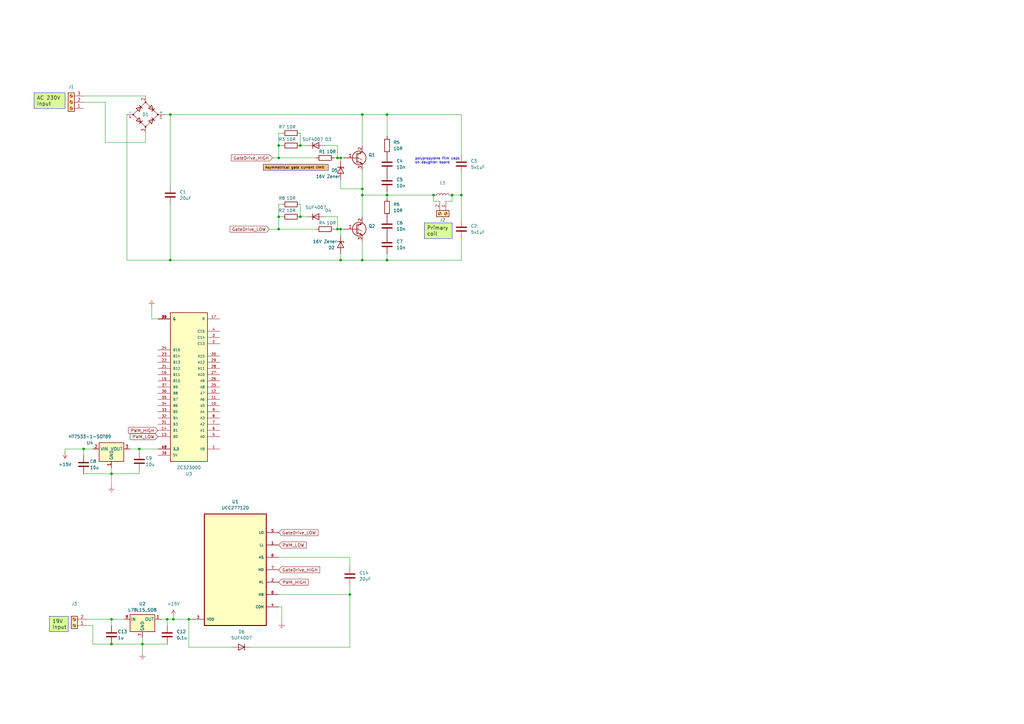
<source format=kicad_sch>
(kicad_sch (version 20230121) (generator eeschema)
  (paper "A3")
  (lib_symbols
    (symbol "Connector:Screw_Terminal_01x02" (pin_names (offset 1.016) hide)
      (property "Reference" "J" (at 0 2.54 0))
      (property "Value" "Screw_Terminal_01x02" (at 0 -5.08 0))
      (symbol "Screw_Terminal_01x02_1_1"
        (rectangle (start -1.27 1.27) (end 1.27 -3.81) (stroke (width 0.254)) (fill (type background)))
        (circle (center 0 -2.54) (radius 0.635) (stroke (width 0.1524)))
        (polyline (pts (xy -0.5334 -2.2098) (xy 0.3302 -3.048)) (stroke (width 0.1524)))
        (polyline (pts (xy -0.5334 0.3302) (xy 0.3302 -0.508)) (stroke (width 0.1524)))
        (polyline (pts (xy -0.3556 -2.032) (xy 0.508 -2.8702)) (stroke (width 0.1524)))
        (polyline (pts (xy -0.3556 0.508) (xy 0.508 -0.3302)) (stroke (width 0.1524)))
        (circle (center 0 0) (radius 0.635) (stroke (width 0.1524)))
        (pin passive line (at -5.08 0 0) (length 3.81) (name "Pin_1") (number "1"))
        (pin passive line (at -5.08 -2.54 0) (length 3.81) (name "Pin_2") (number "2"))
      )
    )
    (symbol "Connector:Screw_Terminal_01x03" (pin_names (offset 1.016) hide)
      (property "Reference" "J" (at 0 5.08 0))
      (property "Value" "Screw_Terminal_01x03" (at 0 -5.08 0))
      (symbol "Screw_Terminal_01x03_1_1"
        (rectangle (start -1.27 3.81) (end 1.27 -3.81) (stroke (width 0.254)) (fill (type background)))
        (circle (center 0 -2.54) (radius 0.635) (stroke (width 0.1524)))
        (polyline (pts (xy -0.5334 -2.2098) (xy 0.3302 -3.048)) (stroke (width 0.1524)))
        (polyline (pts (xy -0.5334 0.3302) (xy 0.3302 -0.508)) (stroke (width 0.1524)))
        (polyline (pts (xy -0.5334 2.8702) (xy 0.3302 2.032)) (stroke (width 0.1524)))
        (polyline (pts (xy -0.3556 -2.032) (xy 0.508 -2.8702)) (stroke (width 0.1524)))
        (polyline (pts (xy -0.3556 0.508) (xy 0.508 -0.3302)) (stroke (width 0.1524)))
        (polyline (pts (xy -0.3556 3.048) (xy 0.508 2.2098)) (stroke (width 0.1524)))
        (circle (center 0 0) (radius 0.635) (stroke (width 0.1524)))
        (circle (center 0 2.54) (radius 0.635) (stroke (width 0.1524)))
        (pin passive line (at -5.08 2.54 0) (length 3.81) (name "Pin_1") (number "1"))
        (pin passive line (at -5.08 0 0) (length 3.81) (name "Pin_2") (number "2"))
        (pin passive line (at -5.08 -2.54 0) (length 3.81) (name "Pin_3") (number "3"))
      )
    )
    (symbol "Device:C" (pin_numbers hide) (pin_names (offset 0.254))
      (property "Reference" "C" (at 0.635 2.54 0))
      (property "Value" "C" (at 0.635 -2.54 0))
      (symbol "C_0_1"
        (polyline (pts (xy -2.032 -0.762) (xy 2.032 -0.762)) (stroke (width 0.508)))
        (polyline (pts (xy -2.032 0.762) (xy 2.032 0.762)) (stroke (width 0.508)))
      )
      (symbol "C_1_1"
        (pin passive line (at 0 3.81 270) (length 2.794) (name "~") (number "1"))
        (pin passive line (at 0 -3.81 90) (length 2.794) (name "~") (number "2"))
      )
    )
    (symbol "Device:D_Bridge_+AA-" (pin_names (offset 0))
      (property "Reference" "D" (at 2.54 6.985 0))
      (property "Value" "D_Bridge_+AA-" (at 2.54 5.08 0))
      (symbol "D_Bridge_+AA-_0_1"
        (circle (center -5.08 0) (radius 0.254) (fill (type outline)))
        (circle (center 0 -5.08) (radius 0.254) (fill (type outline)))
        (polyline (pts (xy -2.54 3.81) (xy -1.27 2.54)) (stroke (width 0.254)))
        (polyline (pts (xy -1.27 -2.54) (xy -2.54 -3.81)) (stroke (width 0.254)))
        (polyline (pts (xy 2.54 -1.27) (xy 3.81 -2.54)) (stroke (width 0.254)))
        (polyline (pts (xy 2.54 1.27) (xy 3.81 2.54)) (stroke (width 0.254)))
        (polyline (pts (xy -3.81 2.54) (xy -2.54 1.27) (xy -1.905 3.175) (xy -3.81 2.54)) (stroke (width 0.254)))
        (polyline (pts (xy -2.54 -1.27) (xy -3.81 -2.54) (xy -1.905 -3.175) (xy -2.54 -1.27)) (stroke (width 0.254)))
        (polyline (pts (xy 1.27 2.54) (xy 2.54 3.81) (xy 3.175 1.905) (xy 1.27 2.54)) (stroke (width 0.254)))
        (polyline (pts (xy 3.175 -1.905) (xy 1.27 -2.54) (xy 2.54 -3.81) (xy 3.175 -1.905)) (stroke (width 0.254)))
        (polyline (pts (xy -5.08 0) (xy 0 -5.08) (xy 5.08 0) (xy 0 5.08) (xy -5.08 0)))
        (circle (center 0 5.08) (radius 0.254) (fill (type outline)))
        (circle (center 5.08 0) (radius 0.254) (fill (type outline)))
      )
      (symbol "D_Bridge_+AA-_1_1"
        (pin passive line (at 7.62 0 180) (length 2.54) (name "+") (number "1"))
        (pin passive line (at 0 7.62 270) (length 2.54) (name "~") (number "2"))
        (pin passive line (at 0 -7.62 90) (length 2.54) (name "~") (number "3"))
        (pin passive line (at -7.62 0 0) (length 2.54) (name "-") (number "4"))
      )
    )
    (symbol "Device:D_Zener" (pin_numbers hide) (pin_names (offset 1.016) hide)
      (property "Reference" "D" (at 0 2.54 0))
      (property "Value" "D_Zener" (at 0 -2.54 0))
      (symbol "D_Zener_0_1"
        (polyline (pts (xy 1.27 0) (xy -1.27 0)))
        (polyline (pts (xy -1.27 -1.27) (xy -1.27 1.27) (xy -0.762 1.27)) (stroke (width 0.254)))
        (polyline (pts (xy 1.27 -1.27) (xy 1.27 1.27) (xy -1.27 0) (xy 1.27 -1.27)) (stroke (width 0.254)))
      )
      (symbol "D_Zener_1_1"
        (pin passive line (at -3.81 0 0) (length 2.54) (name "K") (number "1"))
        (pin passive line (at 3.81 0 180) (length 2.54) (name "A") (number "2"))
      )
    )
    (symbol "Device:L" (pin_numbers hide) (pin_names (offset 1.016) hide)
      (property "Reference" "L" (at -1.27 0 90))
      (property "Value" "L" (at 1.905 0 90))
      (symbol "L_0_1"
        (arc (start 0 -2.54) (mid 0.6323 -1.905) (end 0 -1.27))
        (arc (start 0 -1.27) (mid 0.6323 -0.635) (end 0 0))
        (arc (start 0 0) (mid 0.6323 0.635) (end 0 1.27))
        (arc (start 0 1.27) (mid 0.6323 1.905) (end 0 2.54))
      )
      (symbol "L_1_1"
        (pin passive line (at 0 3.81 270) (length 1.27) (name "1") (number "1"))
        (pin passive line (at 0 -3.81 90) (length 1.27) (name "2") (number "2"))
      )
    )
    (symbol "Device:Q_NIGBT_GCE" (pin_names (offset 0) hide)
      (property "Reference" "Q" (at 5.08 1.27 0))
      (property "Value" "Q_NIGBT_GCE" (at 5.08 -1.27 0))
      (symbol "Q_NIGBT_GCE_0_1"
        (polyline (pts (xy 0.762 -1.016) (xy 0.762 -2.032)) (stroke (width 0.254)))
        (polyline (pts (xy 0.762 0.508) (xy 0.762 -0.508)) (stroke (width 0.254)))
        (polyline (pts (xy 0.762 2.032) (xy 0.762 1.016)) (stroke (width 0.254)))
        (polyline (pts (xy 2.54 -2.413) (xy 0.762 -1.524)))
        (polyline (pts (xy 2.54 -0.889) (xy 0.762 0)))
        (polyline (pts (xy 2.54 2.413) (xy 0.762 1.524)))
        (polyline (pts (xy 0.254 1.905) (xy 0.254 -1.905) (xy 0.254 -1.905)) (stroke (width 0.254)))
        (polyline (pts (xy 1.397 -2.159) (xy 1.651 -1.651) (xy 2.54 -2.413) (xy 1.397 -2.159)) (fill (type outline)))
        (polyline (pts (xy 2.159 1.905) (xy 1.905 2.413) (xy 1.016 1.651) (xy 2.159 1.905)) (fill (type outline)))
        (circle (center 1.27 0) (radius 2.8194) (stroke (width 0.254)))
      )
      (symbol "Q_NIGBT_GCE_1_1"
        (pin input line (at -5.08 0 0) (length 5.334) (name "G") (number "1"))
        (pin passive line (at 2.54 5.08 270) (length 2.54) (name "C") (number "2"))
        (pin passive line (at 2.54 -5.08 90) (length 2.54) (name "E") (number "3"))
      )
    )
    (symbol "Device:R" (pin_numbers hide) (pin_names (offset 0))
      (property "Reference" "R" (at 2.032 0 90))
      (property "Value" "R" (at 0 0 90))
      (symbol "R_0_1"
        (rectangle (start -1.016 -2.54) (end 1.016 2.54) (stroke (width 0.254)))
      )
      (symbol "R_1_1"
        (pin passive line (at 0 3.81 270) (length 1.27) (name "~") (number "1"))
        (pin passive line (at 0 -3.81 90) (length 1.27) (name "~") (number "2"))
      )
    )
    (symbol "Diode:SM516" (pin_numbers hide) (pin_names hide)
      (property "Reference" "D" (at 0 2.54 0))
      (property "Value" "SM516" (at 0 -2.54 0))
      (symbol "SM516_0_1"
        (polyline (pts (xy -1.27 1.27) (xy -1.27 -1.27)) (stroke (width 0.254)))
        (polyline (pts (xy 1.27 0) (xy -1.27 0)))
        (polyline (pts (xy 1.27 1.27) (xy 1.27 -1.27) (xy -1.27 0) (xy 1.27 1.27)) (stroke (width 0.254)))
      )
      (symbol "SM516_1_1"
        (pin passive line (at -3.81 0 0) (length 2.54) (name "K") (number "1"))
        (pin passive line (at 3.81 0 180) (length 2.54) (name "A") (number "2"))
      )
    )
    (symbol "Regulator_Linear:HT75xx-1-SOT89"
      (property "Reference" "U" (at -5.08 -3.81 0))
      (property "Value" "HT75xx-1-SOT89" (at 0 6.35 0))
      (symbol "HT75xx-1-SOT89_0_1"
        (rectangle (start -5.08 5.08) (end 5.08 -2.54) (stroke (width 0.254)) (fill (type background)))
      )
      (symbol "HT75xx-1-SOT89_1_1"
        (pin power_in line (at 0 -5.08 90) (length 2.54) (name "GND") (number "1"))
        (pin power_in line (at -7.62 2.54 0) (length 2.54) (name "VIN") (number "2"))
        (pin power_out line (at 7.62 2.54 180) (length 2.54) (name "VOUT") (number "3"))
      )
    )
    (symbol "Regulator_Linear:L78L15_SO8" (pin_names (offset 0.254))
      (property "Reference" "U" (at -3.81 3.175 0))
      (property "Value" "L78L15_SO8" (at 0 3.175 0))
      (symbol "L78L15_SO8_0_1"
        (rectangle (start -5.08 1.905) (end 5.08 -5.08) (stroke (width 0.254)) (fill (type background)))
      )
      (symbol "L78L15_SO8_1_1"
        (pin power_out line (at 7.62 0 180) (length 2.54) (name "OUT") (number "1"))
        (pin passive line (at 0 -7.62 90) (length 2.54) hide (name "GND") (number "2"))
        (pin passive line (at 0 -7.62 90) (length 2.54) hide (name "GND") (number "3"))
        (pin no_connect line (at -5.08 -2.54 0) (length 2.54) hide (name "NC") (number "4"))
        (pin no_connect line (at 5.08 -2.54 180) (length 2.54) hide (name "NC") (number "5"))
        (pin passive line (at 0 -7.62 90) (length 2.54) hide (name "GND") (number "6"))
        (pin power_in line (at 0 -7.62 90) (length 2.54) (name "GND") (number "7"))
        (pin power_in line (at -7.62 0 0) (length 2.54) (name "IN") (number "8"))
      )
    )
    (symbol "Snapeda_kicad_sym:UCC27712D" (pin_names (offset 1.016))
      (property "Reference" "U" (at -12.7 23.86 0))
      (property "Value" "UCC27712D" (at -12.7 -26.86 0))
      (symbol "UCC27712D_0_0"
        (rectangle (start -12.7 -22.86) (end 12.7 22.86) (stroke (width 0.41)) (fill (type background)))
        (pin bidirectional line (at -17.78 -10.16 0) (length 5.08) (name "LL") (number "1"))
        (pin bidirectional line (at -17.78 5.08 0) (length 5.08) (name "HL") (number "2"))
        (pin power_in line (at 17.78 20.32 180) (length 5.08) (name "VDD") (number "3"))
        (pin bidirectional line (at -17.78 15.24 0) (length 5.08) (name "COM") (number "4"))
        (pin bidirectional line (at -17.78 -15.24 0) (length 5.08) (name "LO") (number "5"))
        (pin bidirectional line (at -17.78 -5.08 0) (length 5.08) (name "HS") (number "6"))
        (pin bidirectional line (at -17.78 0 0) (length 5.08) (name "HO") (number "7"))
        (pin bidirectional line (at -17.78 10.16 0) (length 5.08) (name "HB") (number "8"))
      )
    )
    (symbol "Snapeda_kicad_sym:ZC323000" (pin_names (offset 1.016))
      (property "Reference" "U" (at -7.62 31.75 0))
      (property "Value" "ZC323000" (at -7.62 -31.75 0))
      (symbol "ZC323000_0_0"
        (rectangle (start -7.62 -30.48) (end 7.62 30.48) (stroke (width 0.254)) (fill (type background)))
        (pin bidirectional line (at -12.7 25.4 0) (length 5.08) (name "VB") (number "1"))
        (pin bidirectional line (at -12.7 7.62 0) (length 5.08) (name "A5") (number "10"))
        (pin bidirectional line (at -12.7 5.08 0) (length 5.08) (name "A6") (number "11"))
        (pin bidirectional line (at -12.7 2.54 0) (length 5.08) (name "A7") (number "12"))
        (pin bidirectional line (at 12.7 20.32 180) (length 5.08) (name "B0") (number "13"))
        (pin bidirectional line (at 12.7 17.78 180) (length 5.08) (name "B1") (number "14"))
        (pin bidirectional line (at 12.7 -2.54 180) (length 5.08) (name "B10") (number "15"))
        (pin bidirectional line (at 12.7 -5.08 180) (length 5.08) (name "B11") (number "16"))
        (pin bidirectional line (at -12.7 -27.94 0) (length 5.08) (name "R") (number "17"))
        (pin power_in line (at 12.7 25.4 180) (length 5.08) (name "3.3") (number "18"))
        (pin power_in line (at 12.7 -27.94 180) (length 5.08) (name "G") (number "19"))
        (pin bidirectional line (at -12.7 -17.78 0) (length 5.08) (name "C13") (number "2"))
        (pin power_in line (at 12.7 -27.94 180) (length 5.08) (name "G") (number "20"))
        (pin bidirectional line (at 12.7 -7.62 180) (length 5.08) (name "B12") (number "21"))
        (pin bidirectional line (at 12.7 -10.16 180) (length 5.08) (name "B13") (number "22"))
        (pin bidirectional line (at 12.7 -12.7 180) (length 5.08) (name "B14") (number "23"))
        (pin bidirectional line (at 12.7 -15.24 180) (length 5.08) (name "B15") (number "24"))
        (pin bidirectional line (at -12.7 0 0) (length 5.08) (name "A8") (number "25"))
        (pin bidirectional line (at -12.7 -2.54 0) (length 5.08) (name "A9") (number "26"))
        (pin bidirectional line (at -12.7 -5.08 0) (length 5.08) (name "A10") (number "27"))
        (pin bidirectional line (at -12.7 -7.62 0) (length 5.08) (name "A11") (number "28"))
        (pin bidirectional line (at -12.7 -10.16 0) (length 5.08) (name "A12") (number "29"))
        (pin bidirectional line (at -12.7 -20.32 0) (length 5.08) (name "C14") (number "3"))
        (pin bidirectional line (at -12.7 -12.7 0) (length 5.08) (name "A15") (number "30"))
        (pin bidirectional line (at 12.7 15.24 180) (length 5.08) (name "B3") (number "31"))
        (pin bidirectional line (at 12.7 12.7 180) (length 5.08) (name "B4") (number "32"))
        (pin bidirectional line (at 12.7 10.16 180) (length 5.08) (name "B5") (number "33"))
        (pin bidirectional line (at 12.7 7.62 180) (length 5.08) (name "B6") (number "34"))
        (pin bidirectional line (at 12.7 5.08 180) (length 5.08) (name "B7") (number "35"))
        (pin bidirectional line (at 12.7 2.54 180) (length 5.08) (name "B8") (number "36"))
        (pin bidirectional line (at 12.7 0 180) (length 5.08) (name "B9") (number "37"))
        (pin power_in line (at 12.7 27.94 180) (length 5.08) (name "5V") (number "38"))
        (pin power_in line (at 12.7 -27.94 180) (length 5.08) (name "G") (number "39"))
        (pin bidirectional line (at -12.7 -22.86 0) (length 5.08) (name "C15") (number "4"))
        (pin power_in line (at 12.7 25.4 180) (length 5.08) (name "3.3") (number "40"))
        (pin bidirectional line (at -12.7 20.32 0) (length 5.08) (name "A0") (number "5"))
        (pin bidirectional line (at -12.7 17.78 0) (length 5.08) (name "A1") (number "6"))
        (pin bidirectional line (at -12.7 15.24 0) (length 5.08) (name "A2") (number "7"))
        (pin bidirectional line (at -12.7 12.7 0) (length 5.08) (name "A3") (number "8"))
        (pin bidirectional line (at -12.7 10.16 0) (length 5.08) (name "A4") (number "9"))
      )
    )
    (symbol "power:+15V" (power) (pin_names (offset 0))
      (property "Value" "+15V" (at 0 3.556 0))
      (symbol "+15V_0_1"
        (polyline (pts (xy -0.762 1.27) (xy 0 2.54)))
        (polyline (pts (xy 0 0) (xy 0 2.54)))
        (polyline (pts (xy 0 2.54) (xy 0.762 1.27)))
      )
      (symbol "+15V_1_1"
        (pin power_in line (at 0 0 90) (length 0) hide (name "+15V") (number "1"))
      )
    )
    (symbol "power:Earth" (power) (pin_names (offset 0))
      (symbol "Earth_0_1"
        (polyline (pts (xy -0.635 -1.905) (xy 0.635 -1.905)))
        (polyline (pts (xy -0.127 -2.54) (xy 0.127 -2.54)))
        (polyline (pts (xy 0 -1.27) (xy 0 0)))
        (polyline (pts (xy 1.27 -1.27) (xy -1.27 -1.27)))
      )
      (symbol "Earth_1_1"
        (pin power_in line (at 0 0 270) (length 0) hide (name "Earth") (number "1"))
      )
    )
  )
  (junction (at 34.29 184.15))
  (junction (at 148.59 46.99))
  (junction (at 139.7 106.68))
  (junction (at 45.72 264.16))
  (junction (at 45.72 254))
  (junction (at 123.19 88.9))
  (junction (at 114.3 88.9))
  (junction (at 71.12 254))
  (junction (at 68.58 254))
  (junction (at 123.19 59.69))
  (junction (at 139.7 64.77))
  (junction (at 158.75 46.99))
  (junction (at 189.23 80.01))
  (junction (at 177.8 80.01))
  (junction (at 148.59 80.01))
  (junction (at 45.72 194.31))
  (junction (at 57.15 184.15))
  (junction (at 138.43 93.98))
  (junction (at 143.51 243.84))
  (junction (at 114.3 93.98))
  (junction (at 114.3 59.69))
  (junction (at 58.42 264.16))
  (junction (at 148.59 106.68))
  (junction (at 77.47 254))
  (junction (at 148.59 77.47))
  (junction (at 158.75 106.68))
  (junction (at 69.85 46.99))
  (junction (at 138.43 64.77))
  (junction (at 139.7 93.98))
  (junction (at 158.75 80.01))
  (junction (at 185.42 80.01))
  (junction (at 69.85 106.68))
  (junction (at 114.3 64.77))
  (wire (pts (xy 69.85 83.82) (xy 69.85 106.68)))
  (wire (pts (xy 139.7 106.68) (xy 148.59 106.68)))
  (wire (pts (xy 182.88 82.55) (xy 185.42 82.55)))
  (wire (pts (xy 58.42 264.16) (xy 68.58 264.16)))
  (wire (pts (xy 123.19 54.61) (xy 123.19 59.69)))
  (wire (pts (xy 115.57 255.27) (xy 115.57 248.92)))
  (wire (pts (xy 38.1 256.54) (xy 38.1 264.16)))
  (wire (pts (xy 111.76 64.77) (xy 114.3 64.77)))
  (wire (pts (xy 114.3 64.77) (xy 129.54 64.77)))
  (wire (pts (xy 34.29 186.69) (xy 34.29 184.15)))
  (wire (pts (xy 115.57 248.92) (xy 114.3 248.92)))
  (wire (pts (xy 139.7 64.77) (xy 139.7 66.04)))
  (wire (pts (xy 95.25 265.43) (xy 77.47 265.43)))
  (wire (pts (xy 133.35 59.69) (xy 138.43 59.69)))
  (wire (pts (xy 143.51 265.43) (xy 143.51 243.84)))
  (wire (pts (xy 114.3 243.84) (xy 143.51 243.84)))
  (wire (pts (xy 38.1 264.16) (xy 45.72 264.16)))
  (wire (pts (xy 34.29 184.15) (xy 38.1 184.15)))
  (wire (pts (xy 58.42 264.16) (xy 58.42 261.62)))
  (wire (pts (xy 185.42 82.55) (xy 185.42 80.01)))
  (wire (pts (xy 158.75 106.68) (xy 189.23 106.68)))
  (wire (pts (xy 67.31 46.99) (xy 69.85 46.99)))
  (wire (pts (xy 71.12 254) (xy 68.58 254)))
  (wire (pts (xy 148.59 69.85) (xy 148.59 77.47)))
  (wire (pts (xy 35.56 256.54) (xy 38.1 256.54)))
  (wire (pts (xy 43.18 58.42) (xy 59.69 58.42)))
  (wire (pts (xy 158.75 80.01) (xy 177.8 80.01)))
  (wire (pts (xy 69.85 106.68) (xy 139.7 106.68)))
  (wire (pts (xy 148.59 77.47) (xy 148.59 80.01)))
  (wire (pts (xy 137.16 64.77) (xy 138.43 64.77)))
  (wire (pts (xy 71.12 252.73) (xy 71.12 254)))
  (wire (pts (xy 59.69 58.42) (xy 59.69 54.61)))
  (wire (pts (xy 139.7 73.66) (xy 139.7 77.47)))
  (wire (pts (xy 158.75 81.28) (xy 158.75 80.01)))
  (wire (pts (xy 66.04 254) (xy 68.58 254)))
  (wire (pts (xy 143.51 232.41) (xy 143.51 228.6)))
  (wire (pts (xy 158.75 78.74) (xy 158.75 80.01)))
  (wire (pts (xy 43.18 41.91) (xy 43.18 58.42)))
  (wire (pts (xy 189.23 97.79) (xy 189.23 106.68)))
  (wire (pts (xy 115.57 54.61) (xy 114.3 54.61)))
  (wire (pts (xy 102.87 265.43) (xy 143.51 265.43)))
  (wire (pts (xy 185.42 80.01) (xy 189.23 80.01)))
  (wire (pts (xy 139.7 93.98) (xy 140.97 93.98)))
  (wire (pts (xy 57.15 193.04) (xy 57.15 194.31)))
  (wire (pts (xy 123.19 59.69) (xy 125.73 59.69)))
  (wire (pts (xy 114.3 88.9) (xy 114.3 93.98)))
  (wire (pts (xy 114.3 88.9) (xy 115.57 88.9)))
  (wire (pts (xy 138.43 88.9) (xy 138.43 93.98)))
  (wire (pts (xy 139.7 96.52) (xy 139.7 93.98)))
  (wire (pts (xy 68.58 256.54) (xy 68.58 254)))
  (wire (pts (xy 62.23 130.81) (xy 64.77 130.81)))
  (wire (pts (xy 57.15 184.15) (xy 57.15 185.42)))
  (wire (pts (xy 148.59 99.06) (xy 148.59 106.68)))
  (wire (pts (xy 114.3 59.69) (xy 115.57 59.69)))
  (wire (pts (xy 45.72 256.54) (xy 45.72 254)))
  (wire (pts (xy 158.75 46.99) (xy 189.23 46.99)))
  (wire (pts (xy 57.15 194.31) (xy 45.72 194.31)))
  (wire (pts (xy 69.85 46.99) (xy 148.59 46.99)))
  (wire (pts (xy 158.75 104.14) (xy 158.75 106.68)))
  (wire (pts (xy 58.42 264.16) (xy 58.42 267.97)))
  (wire (pts (xy 34.29 41.91) (xy 43.18 41.91)))
  (wire (pts (xy 77.47 254) (xy 78.74 254)))
  (wire (pts (xy 26.67 184.15) (xy 34.29 184.15)))
  (wire (pts (xy 123.19 88.9) (xy 125.73 88.9)))
  (wire (pts (xy 138.43 93.98) (xy 139.7 93.98)))
  (wire (pts (xy 52.07 106.68) (xy 69.85 106.68)))
  (wire (pts (xy 34.29 194.31) (xy 45.72 194.31)))
  (wire (pts (xy 189.23 46.99) (xy 189.23 63.5)))
  (wire (pts (xy 133.35 88.9) (xy 138.43 88.9)))
  (wire (pts (xy 53.34 184.15) (xy 57.15 184.15)))
  (wire (pts (xy 143.51 228.6) (xy 114.3 228.6)))
  (wire (pts (xy 71.12 254) (xy 77.47 254)))
  (wire (pts (xy 114.3 83.82) (xy 114.3 88.9)))
  (wire (pts (xy 123.19 83.82) (xy 123.19 88.9)))
  (wire (pts (xy 139.7 64.77) (xy 140.97 64.77)))
  (wire (pts (xy 77.47 265.43) (xy 77.47 254)))
  (wire (pts (xy 189.23 71.12) (xy 189.23 80.01)))
  (wire (pts (xy 177.8 80.01) (xy 177.8 82.55)))
  (wire (pts (xy 114.3 93.98) (xy 129.54 93.98)))
  (wire (pts (xy 158.75 46.99) (xy 158.75 55.88)))
  (wire (pts (xy 45.72 254) (xy 50.8 254)))
  (wire (pts (xy 139.7 77.47) (xy 148.59 77.47)))
  (wire (pts (xy 59.69 39.37) (xy 34.29 39.37)))
  (wire (pts (xy 139.7 104.14) (xy 139.7 106.68)))
  (wire (pts (xy 138.43 59.69) (xy 138.43 64.77)))
  (wire (pts (xy 45.72 199.39) (xy 45.72 194.31)))
  (wire (pts (xy 114.3 59.69) (xy 114.3 64.77)))
  (wire (pts (xy 148.59 46.99) (xy 148.59 59.69)))
  (wire (pts (xy 110.49 93.98) (xy 114.3 93.98)))
  (wire (pts (xy 57.15 184.15) (xy 64.77 184.15)))
  (wire (pts (xy 189.23 80.01) (xy 189.23 90.17)))
  (wire (pts (xy 69.85 46.99) (xy 69.85 76.2)))
  (wire (pts (xy 45.72 194.31) (xy 45.72 191.77)))
  (wire (pts (xy 148.59 80.01) (xy 158.75 80.01)))
  (wire (pts (xy 114.3 54.61) (xy 114.3 59.69)))
  (wire (pts (xy 138.43 64.77) (xy 139.7 64.77)))
  (wire (pts (xy 62.23 125.73) (xy 62.23 130.81)))
  (wire (pts (xy 148.59 80.01) (xy 148.59 88.9)))
  (wire (pts (xy 26.67 184.15) (xy 26.67 185.42)))
  (wire (pts (xy 177.8 82.55) (xy 180.34 82.55)))
  (wire (pts (xy 115.57 83.82) (xy 114.3 83.82)))
  (wire (pts (xy 148.59 46.99) (xy 158.75 46.99)))
  (wire (pts (xy 148.59 106.68) (xy 158.75 106.68)))
  (wire (pts (xy 35.56 254) (xy 45.72 254)))
  (wire (pts (xy 137.16 93.98) (xy 138.43 93.98)))
  (wire (pts (xy 52.07 46.99) (xy 52.07 106.68)))
  (wire (pts (xy 143.51 240.03) (xy 143.51 243.84)))
  (wire (pts (xy 45.72 264.16) (xy 58.42 264.16)))
  (text_box "Primary coil" (at 173.99 91.44 0) (size 11.43 6.35) (fill (type color) (color 217 255 152 1)) (effects (font (size 1.5 1.5)) (justify left top)))
  (text_box "19V Input" (at 20.32 252.73 0) (size 7.62 6.35) (fill (type color) (color 217 255 152 1)) (effects (font (size 1.5 1.5)) (justify left top)))
  (text_box "AC 230V Input\n" (at 13.97 38.1 0) (size 12.7 6.35) (fill (type color) (color 217 255 152 1)) (effects (font (size 1.5 1.5)) (justify left top)))
  (text_box "Asymmetrical gate current limit" (at 107.95 67.31 0) (size 26.67 2.54) (fill (type color) (color 255 193 117 1)) (effects (font (size 1 1)) (justify left top)))
  (text "polypropylene film caps \non daughter board" (at 170.18 67.31 0) (effects (font (size 1 1)) (justify left bottom)))
  (global_label "PWM_HIGH" (shape input) (at 114.3 238.76 0) (property "Intersheetrefs" "${INTERSHEET_REFS}" (effects hide)))
  (global_label "PWM_LOW" (shape input) (at 64.77 179.07 180) (property "Intersheetrefs" "${INTERSHEET_REFS}" (effects hide)))
  (global_label "PWM_LOW" (shape input) (at 114.3 223.52 0) (property "Intersheetrefs" "${INTERSHEET_REFS}" (effects hide)))
  (global_label "GateDrive_LOW" (shape input) (at 110.49 93.98 180) (property "Intersheetrefs" "${INTERSHEET_REFS}" (effects hide)))
  (global_label "PWM_HIGH" (shape input) (at 64.77 176.53 180) (property "Intersheetrefs" "${INTERSHEET_REFS}" (effects hide)))
  (global_label "GateDrive_HIGH" (shape input) (at 114.3 233.68 0) (property "Intersheetrefs" "${INTERSHEET_REFS}" (effects hide)))
  (global_label "GateDrive_LOW" (shape input) (at 114.3 218.44 0) (property "Intersheetrefs" "${INTERSHEET_REFS}" (effects hide)))
  (global_label "GateDrive_HIGH" (shape input) (at 111.76 64.77 180) (property "Intersheetrefs" "${INTERSHEET_REFS}" (effects hide)))
  (symbol (lib_id "Connector:Screw_Terminal_01x02") (at 30.48 256.54 180) (unit 1)
    (property "Reference" "J3" (at 30.48 247.65 0))
    (property "Value" "Screw_Terminal_01x02" (effects hide))
  )
  (symbol (lib_id "Device:C") (at 69.85 80.01 0) (unit 1)
    (property "Reference" "C1" (at 73.66 78.74 0) (effects (justify left)))
    (property "Value" "20uF" (at 73.66 81.28 0) (effects (justify left)))
  )
  (symbol (lib_id "power:+15V") (at 71.12 252.73 0) (unit 1)
    (property "Reference" "#PWR04" (effects hide))
    (property "Value" "+15V" (at 71.12 247.65 0))
  )
  (symbol (lib_id "power:Earth") (at 115.57 255.27 0) (unit 1)
    (property "Reference" "#PWR02" (effects hide))
    (property "Value" "Earth" (effects hide))
  )
  (symbol (lib_id "Device:C") (at 158.75 67.31 0) (unit 1)
    (property "Reference" "C4" (at 162.56 66.04 0) (effects (justify left)))
    (property "Value" "10n" (at 162.56 68.58 0) (effects (justify left)))
  )
  (symbol (lib_id "Device:R") (at 158.75 59.69 180) (unit 1)
    (property "Reference" "R5" (at 161.29 58.42 0) (effects (justify right)))
    (property "Value" "10R" (at 161.29 60.96 0) (effects (justify right)))
  )
  (symbol (lib_id "Device:R") (at 133.35 93.98 90) (unit 1)
    (property "Reference" "R4" (at 132.08 91.44 90))
    (property "Value" "10R" (at 135.89 91.44 90))
  )
  (symbol (lib_id "power:Earth") (at 62.23 125.73 180) (unit 1)
    (property "Reference" "#PWR03" (effects hide))
    (property "Value" "Earth" (effects hide))
  )
  (symbol (lib_id "Device:R") (at 119.38 59.69 90) (unit 1)
    (property "Reference" "R3" (at 115.57 57.15 90))
    (property "Value" "10R" (at 119.38 57.15 90))
  )
  (symbol (lib_id "Device:R") (at 158.75 85.09 180) (unit 1)
    (property "Reference" "R6" (at 161.29 83.82 0) (effects (justify right)))
    (property "Value" "10R" (at 161.29 86.36 0) (effects (justify right)))
  )
  (symbol (lib_id "Device:R") (at 119.38 88.9 90) (unit 1)
    (property "Reference" "R2" (at 115.57 86.36 90))
    (property "Value" "10R" (at 119.38 86.36 90))
  )
  (symbol (lib_id "Device:R") (at 133.35 64.77 90) (unit 1)
    (property "Reference" "R1" (at 132.08 62.23 90))
    (property "Value" "10R" (at 135.89 62.23 90))
  )
  (symbol (lib_id "Diode:SM516") (at 129.54 88.9 0) (unit 1)
    (property "Reference" "D4" (at 134.62 86.36 0))
    (property "Value" "SUF4007" (at 129.54 85.09 0))
    (property "Footprint" "Diode_SMD:D_MELF_Handsoldering" (effects hide))
    (property "Datasheet" "http://cdn-reichelt.de/documents/datenblatt/A400/SMD1N400%23DIO.pdf" (effects hide))
    (property "Sim.Device" "D" (effects hide))
    (property "Sim.Pins" "1=K 2=A" (effects hide))
  )
  (symbol (lib_id "Device:R") (at 119.38 54.61 90) (unit 1)
    (property "Reference" "R7" (at 115.57 52.07 90))
    (property "Value" "10R" (at 119.38 52.07 90))
  )
  (symbol (lib_id "Device:D_Zener") (at 139.7 100.33 270) (unit 1)
    (property "Reference" "D2" (at 134.62 101.6 90) (effects (justify left)))
    (property "Value" "16V Zener" (at 128.27 99.06 90) (effects (justify left)))
  )
  (symbol (lib_id "Regulator_Linear:HT75xx-1-SOT89") (at 45.72 186.69 0) (unit 1)
    (property "Reference" "U4" (at 36.83 181.61 0))
    (property "Value" "HT7533-1-SOT89" (at 36.83 179.07 0))
    (property "Footprint" "Package_TO_SOT_SMD:SOT-89-3" (effects hide))
    (property "Datasheet" "https://www.holtek.com/documents/10179/116711/HT75xx-1v250.pdf" (effects hide))
  )
  (symbol (lib_id "Device:Q_NIGBT_GCE") (at 146.05 93.98 0) (unit 1)
    (property "Reference" "Q2" (at 151.13 92.71 0) (effects (justify left)))
    (property "Value" "Q_NIGBT_GCE" (effects hide))
  )
  (symbol (lib_id "Device:D_Zener") (at 139.7 69.85 270) (unit 1)
    (property "Reference" "D5" (at 135.89 69.85 90) (effects (justify left)))
    (property "Value" "16V Zener" (at 129.54 72.39 90) (effects (justify left)))
  )
  (symbol (lib_id "Device:C") (at 158.75 74.93 0) (unit 1)
    (property "Reference" "C5" (at 162.56 73.66 0) (effects (justify left)))
    (property "Value" "10n" (at 162.56 76.2 0) (effects (justify left)))
  )
  (symbol (lib_id "Diode:SM516") (at 99.06 265.43 180) (unit 1)
    (property "Reference" "D6" (at 99.06 259.08 0))
    (property "Value" "SUF4007" (at 99.06 261.62 0))
    (property "Footprint" "Diode_SMD:D_MELF_Handsoldering" (effects hide))
    (property "Datasheet" "http://cdn-reichelt.de/documents/datenblatt/A400/SMD1N400%23DIO.pdf" (effects hide))
    (property "Sim.Device" "D" (effects hide))
    (property "Sim.Pins" "1=K 2=A" (effects hide))
  )
  (symbol (lib_id "Snapeda_kicad_sym:UCC27712D") (at 96.52 233.68 180) (unit 1)
    (property "Reference" "U1" (at 96.52 205.74 0))
    (property "Value" "UCC27712D" (at 96.52 208.28 0))
    (property "Footprint" "Snapeda:UCC27712D_SOIC127P599X175-8N" (effects hide))
    (property "Datasheet" "https://www.ti.com/lit/ds/symlink/ucc27712.pdf?ts=1705858446363&ref_url=https%253A%252F%252Fwww.google.com%252F" (effects hide))
    (property "MF" "Texas Instruments" (effects hide))
    (property "Description" "\n1.8-A/2.8-A, 620V half bridge driver with interlock\n" (effects hide))
    (property "Package" "SOIC-8 Texas Instruments" (effects hide))
    (property "Price" "None" (effects hide))
    (property "SnapEDA_Link" "https://www.snapeda.com/parts/UCC27712D/Texas+Instruments/view-part/?ref=snap" (effects hide))
    (property "MP" "UCC27712D" (effects hide))
    (property "Purchase-URL" "https://www.snapeda.com/api/url_track_click_mouser/?unipart_id=2775665&manufacturer=Texas Instruments&part_name=UCC27712D&search_term=ucc27712d" (effects hide))
    (property "Availability" "In Stock" (effects hide))
    (property "Check_prices" "https://www.snapeda.com/parts/UCC27712D/Texas+Instruments/view-part/?ref=eda" (effects hide))
  )
  (symbol (lib_id "Connector:Screw_Terminal_01x02") (at 182.88 87.63 270) (unit 1)
    (property "Reference" "J2" (at 180.34 90.17 90) (effects (justify left)))
    (property "Value" "Screw_Terminal_01x02" (effects hide))
  )
  (symbol (lib_id "Snapeda_kicad_sym:ZC323000") (at 77.47 158.75 180) (unit 1)
    (property "Reference" "U3" (at 77.47 194.31 0))
    (property "Value" "ZC323000" (at 77.47 191.77 0))
    (property "Footprint" "Snapeda:ZC323000_MODULE_ZC323000" (effects hide))
    (property "MF" "YKS" (effects hide))
    (property "MAXIMUM_PACKAGE_HEIGHT" "N/A" (effects hide))
    (property "Package" "None" (effects hide))
    (property "Price" "None" (effects hide))
    (property "Check_prices" "https://www.snapeda.com/parts/ZC323000/YKS/view-part/?ref=eda" (effects hide))
    (property "STANDARD" "Manufacturer Recommendations" (effects hide))
    (property "PARTREV" "N/A" (effects hide))
    (property "SnapEDA_Link" "https://www.snapeda.com/parts/ZC323000/YKS/view-part/?ref=snap" (effects hide))
    (property "MP" "ZC323000" (effects hide))
    (property "Description" "\nSTM32F103C8T6 ARM STM32 Minimum System Development Board Module For Arduino\n" (effects hide))
    (property "Availability" "Not in stock" (effects hide))
    (property "MANUFACTURER" "YKS" (effects hide))
  )
  (symbol (lib_id "Device:C") (at 57.15 189.23 0) (unit 1)
    (property "Reference" "C9" (at 59.69 187.96 0) (effects (justify left)))
    (property "Value" "10u" (at 59.69 190.5 0) (effects (justify left)))
  )
  (symbol (lib_id "Device:L") (at 181.61 80.01 90) (unit 1) (in_bom no) (on_board no)
    (property "Reference" "L1" (at 181.61 74.93 90))
    (property "Value" "L" (effects hide))
  )
  (symbol (lib_id "Device:R") (at 119.38 83.82 90) (unit 1)
    (property "Reference" "R8" (at 115.57 81.28 90))
    (property "Value" "10R" (at 119.38 81.28 90))
  )
  (symbol (lib_id "Device:C") (at 189.23 93.98 0) (unit 1)
    (property "Reference" "C2" (at 193.04 92.71 0) (effects (justify left)))
    (property "Value" "5x1uF" (at 193.04 95.25 0) (effects (justify left)))
  )
  (symbol (lib_id "power:Earth") (at 45.72 199.39 0) (unit 1)
    (property "Reference" "#PWR06" (effects hide))
    (property "Value" "Earth" (effects hide))
  )
  (symbol (lib_id "power:+15V") (at 26.67 185.42 180) (unit 1)
    (property "Reference" "#PWR05" (effects hide))
    (property "Value" "+15V" (at 26.67 190.5 0))
  )
  (symbol (lib_id "Device:C") (at 158.75 100.33 0) (unit 1)
    (property "Reference" "C7" (at 162.56 99.06 0) (effects (justify left)))
    (property "Value" "10n" (at 162.56 101.6 0) (effects (justify left)))
  )
  (symbol (lib_id "Device:C") (at 34.29 190.5 0) (unit 1)
    (property "Reference" "C8" (at 36.83 189.23 0) (effects (justify left)))
    (property "Value" "10u" (at 36.83 191.77 0) (effects (justify left)))
  )
  (symbol (lib_id "Device:C") (at 45.72 260.35 0) (unit 1)
    (property "Reference" "C13" (at 48.26 259.08 0) (effects (justify left)))
    (property "Value" "1u" (at 48.26 261.62 0) (effects (justify left)))
  )
  (symbol (lib_id "Device:C") (at 68.58 260.35 0) (unit 1)
    (property "Reference" "C12" (at 72.39 259.08 0) (effects (justify left)))
    (property "Value" "0.1u" (at 72.39 261.62 0) (effects (justify left)))
  )
  (symbol (lib_id "Connector:Screw_Terminal_01x03") (at 29.21 41.91 180) (unit 1)
    (property "Reference" "J1" (at 29.21 35.56 0))
    (property "Value" "Screw_Terminal_01x03" (effects hide))
  )
  (symbol (lib_id "Device:C") (at 158.75 92.71 0) (unit 1)
    (property "Reference" "C6" (at 162.56 91.44 0) (effects (justify left)))
    (property "Value" "10n" (at 162.56 93.98 0) (effects (justify left)))
  )
  (symbol (lib_id "Diode:SM516") (at 129.54 59.69 0) (unit 1)
    (property "Reference" "D3" (at 134.62 57.15 0))
    (property "Value" "SUF4007" (at 128.27 57.15 0))
    (property "Footprint" "Diode_SMD:D_MELF_Handsoldering" (effects hide))
    (property "Datasheet" "http://cdn-reichelt.de/documents/datenblatt/A400/SMD1N400%23DIO.pdf" (effects hide))
    (property "Sim.Device" "D" (effects hide))
    (property "Sim.Pins" "1=K 2=A" (effects hide))
  )
  (symbol (lib_id "Device:D_Bridge_+AA-") (at 59.69 46.99 0) (unit 1)
    (property "Reference" "D1" (at 59.69 46.99 0))
    (property "Value" "D_Bridge_+AA-" (effects hide))
  )
  (symbol (lib_id "power:Earth") (at 58.42 267.97 0) (unit 1)
    (property "Reference" "#PWR01" (effects hide))
    (property "Value" "Earth" (effects hide))
  )
  (symbol (lib_id "Device:C") (at 189.23 67.31 0) (unit 1)
    (property "Reference" "C3" (at 193.04 66.04 0) (effects (justify left)))
    (property "Value" "5x1uF" (at 193.04 68.58 0) (effects (justify left)))
  )
  (symbol (lib_id "Device:C") (at 143.51 236.22 0) (unit 1)
    (property "Reference" "C14" (at 147.32 234.95 0) (effects (justify left)))
    (property "Value" "20uF" (at 147.32 237.49 0) (effects (justify left)))
  )
  (symbol (lib_id "Regulator_Linear:L78L15_SO8") (at 58.42 254 0) (unit 1)
    (property "Reference" "U2" (at 58.42 247.65 0))
    (property "Value" "L78L15_SO8" (at 58.42 250.19 0))
    (property "Footprint" "Package_SO:SOIC-8_3.9x4.9mm_P1.27mm" (effects hide))
    (property "Datasheet" "http://www.st.com/content/ccc/resource/technical/document/datasheet/15/55/e5/aa/23/5b/43/fd/CD00000446.pdf/files/CD00000446.pdf/jcr:content/translations/en.CD00000446.pdf" (effects hide))
  )
  (symbol (lib_id "Device:Q_NIGBT_GCE") (at 146.05 64.77 0) (unit 1)
    (property "Reference" "Q1" (at 151.13 63.5 0) (effects (justify left)))
    (property "Value" "Q_NIGBT_GCE" (effects hide))
  )
)
</source>
